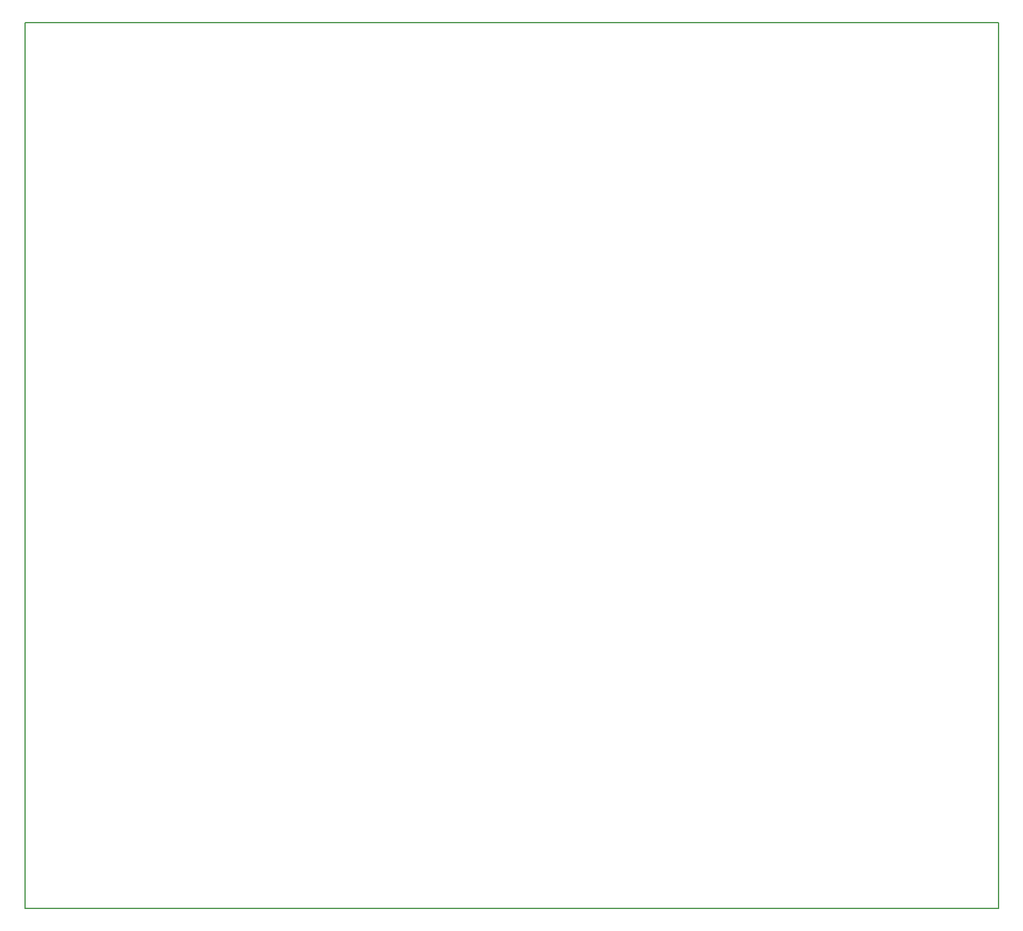
<source format=gbr>
G04 #@! TF.FileFunction,Profile,NP*
%FSLAX46Y46*%
G04 Gerber Fmt 4.6, Leading zero omitted, Abs format (unit mm)*
G04 Created by KiCad (PCBNEW 4.0.7) date 06/26/19 05:05:19*
%MOMM*%
%LPD*%
G01*
G04 APERTURE LIST*
%ADD10C,0.100000*%
%ADD11C,0.150000*%
G04 APERTURE END LIST*
D10*
D11*
X52959000Y-143256000D02*
X52959000Y-20574000D01*
X187833000Y-20574000D02*
X52959000Y-20574000D01*
X187833000Y-142748000D02*
X187833000Y-20574000D01*
X121285000Y-143256000D02*
X52959000Y-143256000D01*
X187833000Y-143256000D02*
X187833000Y-142748000D01*
X131191000Y-143256000D02*
X187833000Y-143256000D01*
X121285000Y-143256000D02*
X131191000Y-143256000D01*
M02*

</source>
